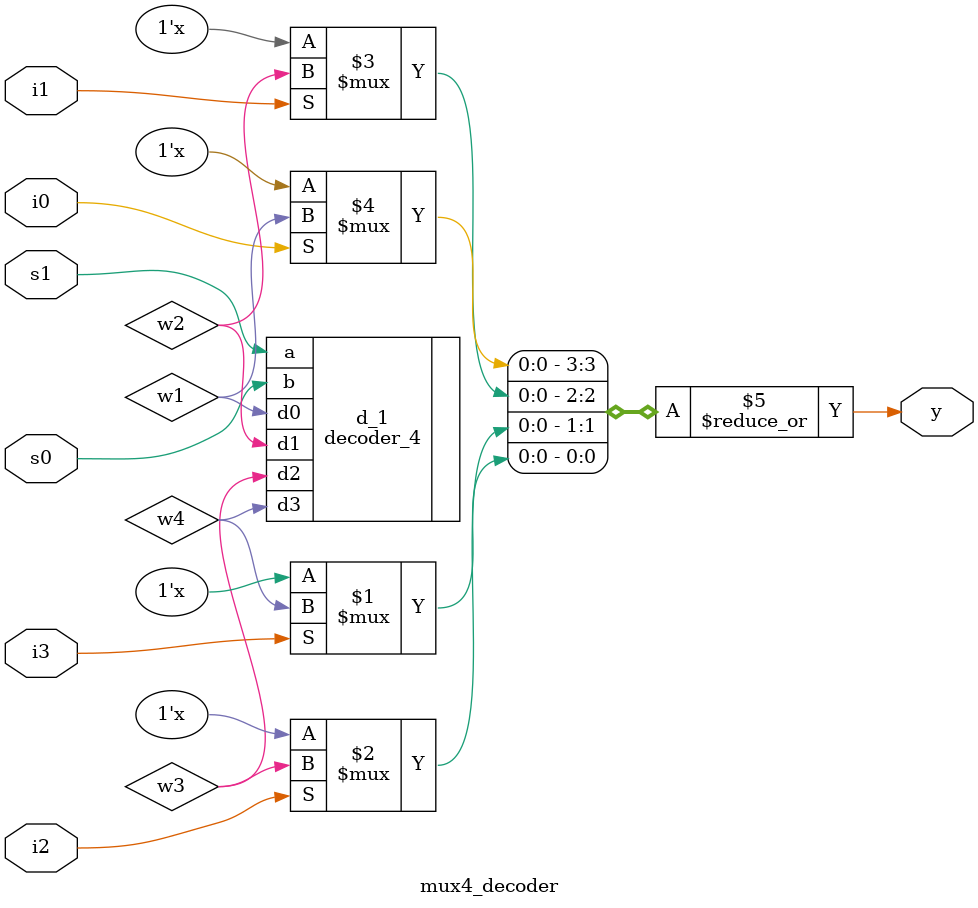
<source format=v>
`timescale 1ns / 1ps


module mux4_decoder(
    input s1,s0,
    input i3,i2,i1,i0,
    output wor y
    );
    
    wire w1,w2,w3,w4;
    wire p1,p2,p3,p4;
    decoder_4 d_1(.a(s1),.b(s0),.d3(w4),.d2(w3),.d1(w2),.d0(w1));
    bufif1 b_1(y,w4,i3);
    bufif1 b_2(y,w3,i2);
    bufif1 b_3(y,w2,i1);
    bufif1 b_4(y,w1,i0);
    
endmodule

</source>
